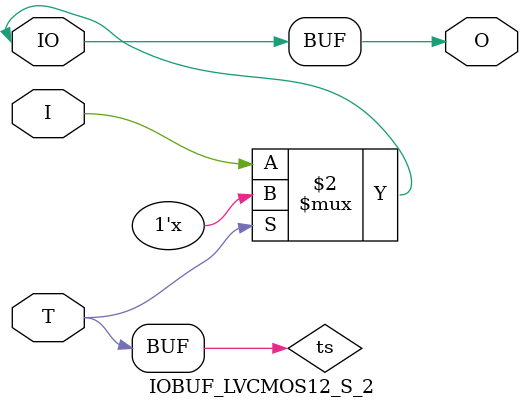
<source format=v>

/*

FUNCTION	: INPUT TRI-STATE OUTPUT BUFFER

*/

`celldefine
`timescale  100 ps / 10 ps

module IOBUF_LVCMOS12_S_2 (O, IO, I, T);

    output O;

    inout  IO;

    input  I, T;

    or O1 (ts, 1'b0, T);
    bufif0 T1 (IO, I, ts);

    buf B1 (O, IO);

endmodule

</source>
